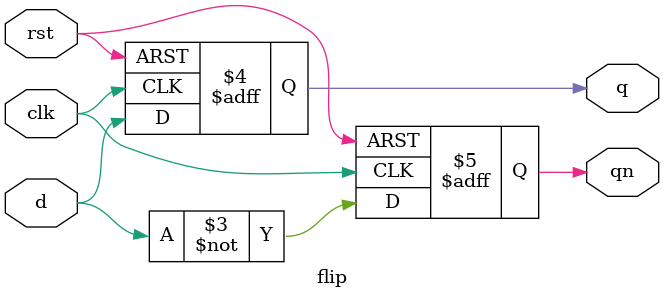
<source format=v>
module flip(clk,rst,d,q,qn);

input clk,rst,d;
output reg q,qn;

always @ (posedge clk ,negedge rst)

begin

if(!rst)
  begin
    q <= 1'b0;
    qn <= 1'b1;
  end
 else
   begin
     q <= d;
     qn <= ~d;
   end
   
end

endmodule






</source>
